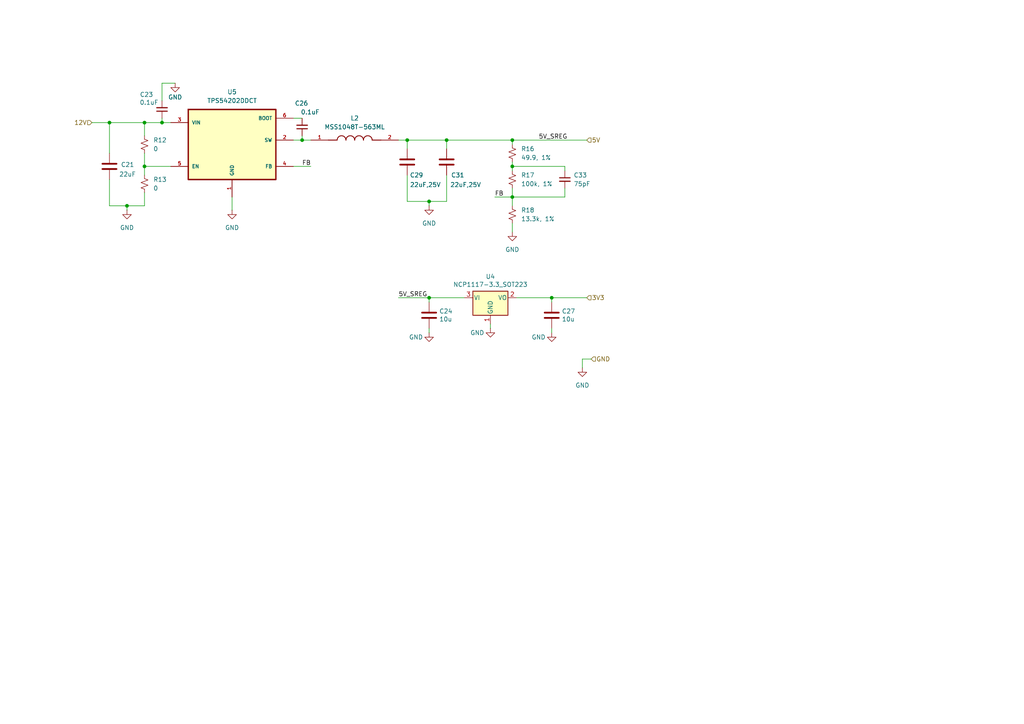
<source format=kicad_sch>
(kicad_sch (version 20250114) (generator "eeschema") (generator_version "9.0")
  (paper "A4")
  (lib_symbols
    (symbol "Device:C" (pin_numbers (hide yes)) (pin_names (offset 0.254))
      (property "Reference" "C" (at 0.635 2.54 0))
      (property "Value" "C" (at 0.635 -2.54 0))
      (symbol "C_0_1"
        (polyline (pts (xy -2.032 0.762) (xy 2.032 0.762)) (stroke (width 0.508)))
        (polyline (pts (xy -2.032 -0.762) (xy 2.032 -0.762)) (stroke (width 0.508)))
      )
      (symbol "C_1_1"
        (pin passive line (at 0 3.81 270) (length 2.794) (name "~") (number "1"))
        (pin passive line (at 0 -3.81 90) (length 2.794) (name "~") (number "2"))
      )
    )
    (symbol "Device:C_Small" (pin_numbers (hide yes)) (pin_names (offset 0.254) (hide yes))
      (property "Reference" "C" (at 0.254 1.778 0))
      (property "Value" "C_Small" (at 0.254 -2.032 0))
      (symbol "C_Small_0_1"
        (polyline (pts (xy -1.524 0.508) (xy 1.524 0.508)) (stroke (width 0.3048)))
        (polyline (pts (xy -1.524 -0.508) (xy 1.524 -0.508)) (stroke (width 0.3302)))
      )
      (symbol "C_Small_1_1"
        (pin passive line (at 0 2.54 270) (length 2.032) (name "~") (number "1"))
        (pin passive line (at 0 -2.54 90) (length 2.032) (name "~") (number "2"))
      )
    )
    (symbol "Device:R_Small_US" (pin_numbers (hide yes)) (pin_names (offset 0.254) (hide yes))
      (property "Reference" "R" (at 0.762 0.508 0))
      (property "Value" "R_Small_US" (at 0.762 -1.016 0))
      (symbol "R_Small_US_1_1"
        (polyline (pts (xy 0 1.524) (xy 1.016 1.143) (xy 0 0.762) (xy -1.016 0.381) (xy 0 0)))
        (polyline (pts (xy 0 0) (xy 1.016 -0.381) (xy 0 -0.762) (xy -1.016 -1.143) (xy 0 -1.524)))
        (pin passive line (at 0 2.54 270) (length 1.016) (name "~") (number "1"))
        (pin passive line (at 0 -2.54 90) (length 1.016) (name "~") (number "2"))
      )
    )
    (symbol "ECE49022_Symbols:MSS1048-103MLC" (pin_names (offset 1.016))
      (property "Reference" "L" (at -5.08 2.54 0))
      (property "Value" "MSS1048-103MLC" (at -5.08 -2.54 0))
      (symbol "MSS1048-103MLC_0_0"
        (polyline (pts (xy -5.08 0) (xy -7.62 0)) (stroke (width 0.254)))
        (arc (start -5.08 0) (mid -3.81 1.2645) (end -2.54 0) (stroke (width 0.254)))
        (arc (start -2.54 0) (mid -1.27 1.2645) (end 0 0) (stroke (width 0.254)))
        (arc (start 0 0) (mid 1.27 1.2645) (end 2.54 0) (stroke (width 0.254)))
        (arc (start 2.54 0) (mid 3.81 1.2645) (end 5.08 0) (stroke (width 0.254)))
        (polyline (pts (xy 5.08 0) (xy 7.62 0)) (stroke (width 0.254)))
        (pin passive line (at -12.7 0 0) (length 5.08) (name "~") (number "1"))
        (pin passive line (at 12.7 0 180) (length 5.08) (name "~") (number "2"))
      )
    )
    (symbol "ECE49022_Symbols:TPS54202DDCT" (pin_names (offset 1.016))
      (property "Reference" "U1" (at 0 15.24 0))
      (property "Value" "TPS54202DDCT" (at 0 12.7 0))
      (symbol "TPS54202DDCT_0_0"
        (rectangle (start -12.7 10.16) (end 12.7 -10.16) (stroke (width 0.41)) (fill (type background)))
        (pin bidirectional line (at -17.78 6.35 0) (length 5.08) (name "VIN") (number "3"))
        (pin input line (at -17.78 -6.35 0) (length 5.08) (name "EN") (number "5"))
        (pin output line (at 17.78 7.62 180) (length 5.08) (name "BOOT") (number "6"))
        (pin output line (at 17.78 1.27 180) (length 5.08) (name "SW") (number "2"))
        (pin input line (at 17.78 -6.35 180) (length 5.08) (name "FB") (number "4"))
      )
      (symbol "TPS54202DDCT_1_0"
        (pin bidirectional line (at 0 -15.24 90) (length 5.08) (name "GND") (number "1"))
      )
    )
    (symbol "Regulator_Linear:NCP1117-3.3_SOT223" (pin_names (offset 0.254))
      (property "Reference" "U" (at -3.81 3.175 0))
      (property "Value" "NCP1117-3.3_SOT223" (at 0 3.175 0))
      (symbol "NCP1117-3.3_SOT223_0_1"
        (rectangle (start -5.08 -5.08) (end 5.08 1.905) (stroke (width 0.254)) (fill (type background)))
      )
      (symbol "NCP1117-3.3_SOT223_1_1"
        (pin power_in line (at -7.62 0 0) (length 2.54) (name "VI") (number "3"))
        (pin power_in line (at 0 -7.62 90) (length 2.54) (name "GND") (number "1"))
        (pin power_out line (at 7.62 0 180) (length 2.54) (name "VO") (number "2"))
      )
    )
    (symbol "power:GND" (power) (pin_numbers (hide yes)) (pin_names (offset 0) (hide yes))
      (property "Value" "GND" (at 0 -3.81 0))
      (symbol "GND_0_1"
        (polyline (pts (xy 0 0) (xy 0 -1.27) (xy 1.27 -1.27) (xy 0 -2.54) (xy -1.27 -1.27) (xy 0 -1.27)))
      )
      (symbol "GND_1_1"
        (pin power_in line (at 0 0 270) (length 0) (name "~") (number "1"))
      )
    )
  )
  (junction (at 118.11 40.64))
  (junction (at 31.75 35.56))
  (junction (at 124.46 58.42))
  (junction (at 46.99 35.56))
  (junction (at 148.59 57.15))
  (junction (at 124.46 86.36))
  (junction (at 160.02 86.36))
  (junction (at 41.91 35.56))
  (junction (at 41.91 48.26))
  (junction (at 87.63 40.64))
  (junction (at 129.54 40.64))
  (junction (at 36.83 59.69))
  (junction (at 148.59 48.26))
  (junction (at 148.59 40.64))
  (wire (pts (xy 36.83 59.69) (xy 41.91 59.69)))
  (wire (pts (xy 87.63 40.64) (xy 90.17 40.64)))
  (wire (pts (xy 124.46 95.25) (xy 124.46 96.52)))
  (wire (pts (xy 148.59 46.99) (xy 148.59 48.26)))
  (wire (pts (xy 148.59 57.15) (xy 163.83 57.15)))
  (wire (pts (xy 148.59 40.64) (xy 148.59 41.91)))
  (wire (pts (xy 168.91 104.14) (xy 168.91 106.68)))
  (wire (pts (xy 163.83 48.26) (xy 148.59 48.26)))
  (wire (pts (xy 148.59 40.64) (xy 170.18 40.64)))
  (wire (pts (xy 31.75 59.69) (xy 36.83 59.69)))
  (wire (pts (xy 148.59 57.15) (xy 148.59 59.69)))
  (wire (pts (xy 143.51 57.15) (xy 148.59 57.15)))
  (wire (pts (xy 163.83 48.26) (xy 163.83 49.53)))
  (wire (pts (xy 124.46 58.42) (xy 129.54 58.42)))
  (wire (pts (xy 41.91 35.56) (xy 46.99 35.56)))
  (wire (pts (xy 46.99 34.29) (xy 46.99 35.56)))
  (wire (pts (xy 41.91 48.26) (xy 41.91 50.8)))
  (wire (pts (xy 142.24 93.98) (xy 142.24 95.25)))
  (wire (pts (xy 67.31 57.15) (xy 67.31 60.96)))
  (wire (pts (xy 41.91 48.26) (xy 49.53 48.26)))
  (wire (pts (xy 31.75 52.07) (xy 31.75 59.69)))
  (wire (pts (xy 118.11 58.42) (xy 124.46 58.42)))
  (wire (pts (xy 160.02 95.25) (xy 160.02 96.52)))
  (wire (pts (xy 87.63 39.37) (xy 87.63 40.64)))
  (wire (pts (xy 118.11 50.8) (xy 118.11 58.42)))
  (wire (pts (xy 171.45 104.14) (xy 168.91 104.14)))
  (wire (pts (xy 41.91 55.88) (xy 41.91 59.69)))
  (wire (pts (xy 160.02 86.36) (xy 170.18 86.36)))
  (wire (pts (xy 115.57 86.36) (xy 124.46 86.36)))
  (wire (pts (xy 129.54 50.8) (xy 129.54 58.42)))
  (wire (pts (xy 46.99 35.56) (xy 49.53 35.56)))
  (wire (pts (xy 134.62 86.36) (xy 124.46 86.36)))
  (wire (pts (xy 160.02 87.63) (xy 160.02 86.36)))
  (wire (pts (xy 148.59 54.61) (xy 148.59 57.15)))
  (wire (pts (xy 46.99 24.13) (xy 50.8 24.13)))
  (wire (pts (xy 26.67 35.56) (xy 31.75 35.56)))
  (wire (pts (xy 31.75 35.56) (xy 31.75 44.45)))
  (wire (pts (xy 163.83 54.61) (xy 163.83 57.15)))
  (wire (pts (xy 115.57 40.64) (xy 118.11 40.64)))
  (wire (pts (xy 31.75 35.56) (xy 41.91 35.56)))
  (wire (pts (xy 124.46 59.69) (xy 124.46 58.42)))
  (wire (pts (xy 85.09 48.26) (xy 90.17 48.26)))
  (wire (pts (xy 36.83 60.96) (xy 36.83 59.69)))
  (wire (pts (xy 124.46 87.63) (xy 124.46 86.36)))
  (wire (pts (xy 118.11 40.64) (xy 129.54 40.64)))
  (wire (pts (xy 129.54 40.64) (xy 129.54 43.18)))
  (wire (pts (xy 46.99 24.13) (xy 46.99 29.21)))
  (wire (pts (xy 148.59 64.77) (xy 148.59 67.31)))
  (wire (pts (xy 129.54 40.64) (xy 148.59 40.64)))
  (wire (pts (xy 41.91 44.45) (xy 41.91 48.26)))
  (wire (pts (xy 149.86 86.36) (xy 160.02 86.36)))
  (wire (pts (xy 85.09 34.29) (xy 87.63 34.29)))
  (wire (pts (xy 41.91 35.56) (xy 41.91 39.37)))
  (wire (pts (xy 85.09 40.64) (xy 87.63 40.64)))
  (wire (pts (xy 118.11 40.64) (xy 118.11 43.18)))
  (wire (pts (xy 148.59 48.26) (xy 148.59 49.53)))
  (label "FB" (at 143.51 57.15 0))
  (label "5V_SREG" (at 115.57 86.36 0))
  (label "5V_SREG" (at 156.21 40.64 0))
  (label "FB" (at 90.17 48.26 180))
  (hierarchical_label "3V3" (shape input) (at 170.18 86.36 0))
  (hierarchical_label "GND" (shape input) (at 171.45 104.14 0))
  (hierarchical_label "5V" (shape input) (at 170.18 40.64 0))
  (hierarchical_label "12V" (shape input) (at 26.67 35.56 180))
  (symbol (lib_id "power:GND") (at 124.46 96.52 0) (unit 1)
    (property "Reference" "#PWR037" (effects (hide yes)))
    (property "Value" "GND" (at 120.65 97.79 0))
  )
  (symbol (lib_id "ECE49022_Symbols:MSS1048-103MLC") (at 102.87 40.64 0) (unit 1)
    (property "Reference" "L2" (at 102.87 34.29 0))
    (property "Value" "MSS1048T-563ML" (at 102.87 36.83 0))
    (property "Footprint" "49022_Footprints:IND_MSS1048" (effects (hide yes)))
    (property "Datasheet" "https://www.coilcraft.com/getmedia/6f8116f7-0036-41bf-97c5-9bae06e6af25/mss1048t.pdf" (effects (hide yes)))
    (property "MF" "Coilcraft" (effects (hide yes)))
    (property "MAXIMUM_PACKAGE_HEIGHT" "4.00mm" (effects (hide yes)))
    (property "CREATOR" "AAMIR" (effects (hide yes)))
    (property "Price" "None" (effects (hide yes)))
    (property "Package" "None" (effects (hide yes)))
    (property "Check_prices" "https://www.snapeda.com/parts/MSS1048-103MLC/Coilcraft/view-part/?ref=eda" (effects (hide yes)))
    (property "STANDARD" "Manufacturer Recommendations" (effects (hide yes)))
    (property "PARTREV" "02/16/22" (effects (hide yes)))
    (property "VERIFIER" "RODRIGO" (effects (hide yes)))
    (property "SnapEDA_Link" "https://www.snapeda.com/parts/MSS1048-103MLC/Coilcraft/view-part/?ref=snap" (effects (hide yes)))
    (property "MP" "MSS1048-103MLC" (effects (hide yes)))
    (property "Description_1" "10 µH Shielded Drum Core Inductor 4.79 A 23mOhm Max Nonstandard" (effects (hide yes)))
    (property "Availability" "In Stock" (effects (hide yes)))
    (property "MANUFACTURER" "Coilcraft" (effects (hide yes)))
  )
  (symbol (lib_id "Device:R_Small_US") (at 148.59 52.07 0) (unit 1)
    (property "Reference" "R17" (at 151.13 50.7999 0) (effects (justify left)))
    (property "Value" "100k, 1%" (at 151.13 53.3399 0) (effects (justify left)))
    (property "Footprint" "Capacitor_SMD:C_0402_1005Metric" (effects (hide yes)))
    (property "Description" "RC0402FR-07100KL" (effects (hide yes)))
  )
  (symbol (lib_id "ECE49022_Symbols:TPS54202DDCT") (at 67.31 41.91 0) (unit 1)
    (property "Reference" "U5" (at 67.31 26.67 0))
    (property "Value" "TPS54202DDCT" (at 67.31 29.21 0))
    (property "Footprint" "49022_Footprints:TPS54202" (effects (hide yes)))
  )
  (symbol (lib_id "Regulator_Linear:NCP1117-3.3_SOT223") (at 142.24 86.36 0) (unit 1)
    (property "Reference" "U4" (at 142.24 80.2132 0))
    (property "Value" "NCP1117-3.3_SOT223" (at 142.24 82.5246 0))
    (property "Footprint" "Package_TO_SOT_SMD:SOT-223-3_TabPin2" (effects (hide yes)))
    (property "Datasheet" "http://www.onsemi.com/pub_link/Collateral/NCP1117-D.PDF" (effects (hide yes)))
  )
  (symbol (lib_id "power:GND") (at 148.59 67.31 0) (unit 1)
    (property "Reference" "#PWR044" (effects (hide yes)))
    (property "Value" "GND" (at 148.59 72.39 0))
    (property "Description" "Power symbol creates a global label with name \"GND\" , ground" (effects (hide yes)))
  )
  (symbol (lib_id "Device:R_Small_US") (at 41.91 41.91 0) (unit 1)
    (property "Reference" "R12" (at 44.45 40.6399 0) (effects (justify left)))
    (property "Value" "0" (at 44.45 43.1799 0) (effects (justify left)))
    (property "Footprint" "Capacitor_SMD:C_0402_1005Metric" (effects (hide yes)))
    (property "Description" "RC0402JR-070RL" (effects (hide yes)))
  )
  (symbol (lib_id "Device:C") (at 160.02 91.44 0) (unit 1)
    (property "Reference" "C27" (at 162.941 90.2716 0) (effects (justify left)))
    (property "Value" "10u" (at 162.941 92.583 0) (effects (justify left)))
    (property "Footprint" "Capacitor_SMD:C_0805_2012Metric" (effects (hide yes)))
  )
  (symbol (lib_id "power:GND") (at 124.46 59.69 0) (unit 1)
    (property "Reference" "#PWR042" (effects (hide yes)))
    (property "Value" "GND" (at 124.46 64.77 0))
    (property "Description" "Power symbol creates a global label with name \"GND\" , ground" (effects (hide yes)))
  )
  (symbol (lib_id "Device:C") (at 129.54 46.99 0) (unit 1)
    (property "Reference" "C31" (at 130.81 50.8 0) (effects (justify left)))
    (property "Value" "22uF,25V" (at 130.556 53.594 0) (effects (justify left)))
    (property "Footprint" "Capacitor_SMD:C_0805_2012Metric_Pad1.18x1.45mm_HandSolder" (effects (hide yes)))
    (property "Description" "GRT21BR61E226ME13" (effects (hide yes)))
  )
  (symbol (lib_id "Device:R_Small_US") (at 41.91 53.34 0) (unit 1)
    (property "Reference" "R13" (at 44.45 52.0699 0) (effects (justify left)))
    (property "Value" "0" (at 44.45 54.6099 0) (effects (justify left)))
    (property "Footprint" "Capacitor_SMD:C_0402_1005Metric" (effects (hide yes)))
    (property "Description" "RC0402JR-070RL" (effects (hide yes)))
  )
  (symbol (lib_id "Device:C_Small") (at 163.83 52.07 0) (unit 1)
    (property "Reference" "C33" (at 166.37 50.8062 0) (effects (justify left)))
    (property "Value" "75pF" (at 166.37 53.3462 0) (effects (justify left)))
    (property "Footprint" "Capacitor_SMD:C_0402_1005Metric" (effects (hide yes)))
    (property "Description" "GRM1555C1H750JA01D" (effects (hide yes)))
  )
  (symbol (lib_id "Device:C") (at 118.11 46.99 0) (unit 1)
    (property "Reference" "C29" (at 118.872 50.8 0) (effects (justify left)))
    (property "Value" "22uF,25V" (at 118.872 53.594 0) (effects (justify left)))
    (property "Footprint" "Capacitor_SMD:C_0805_2012Metric_Pad1.18x1.45mm_HandSolder" (effects (hide yes)))
    (property "Description" "GRT21BR61E226ME13" (effects (hide yes)))
  )
  (symbol (lib_id "Device:R_Small_US") (at 148.59 62.23 0) (unit 1)
    (property "Reference" "R18" (at 151.13 60.9599 0) (effects (justify left)))
    (property "Value" "13.3k, 1%" (at 151.13 63.4999 0) (effects (justify left)))
    (property "Footprint" "Capacitor_SMD:C_0402_1005Metric" (effects (hide yes)))
    (property "Description" "RC0402FR-1313K3L" (effects (hide yes)))
  )
  (symbol (lib_id "Device:C") (at 31.75 48.26 0) (unit 1)
    (property "Reference" "C21" (at 35.052 47.752 0) (effects (justify left)))
    (property "Value" "22uF" (at 34.544 50.546 0) (effects (justify left)))
    (property "Footprint" "Capacitor_SMD:C_0805_2012Metric_Pad1.18x1.45mm_HandSolder" (effects (hide yes)))
    (property "Description" "GRT21BR61E226ME13" (effects (hide yes)))
  )
  (symbol (lib_id "power:GND") (at 67.31 60.96 0) (unit 1)
    (property "Reference" "#PWR039" (effects (hide yes)))
    (property "Value" "GND" (at 67.31 66.04 0))
    (property "Description" "Power symbol creates a global label with name \"GND\" , ground" (effects (hide yes)))
  )
  (symbol (lib_id "power:GND") (at 36.83 60.96 0) (unit 1)
    (property "Reference" "#PWR034" (effects (hide yes)))
    (property "Value" "GND" (at 36.83 66.04 0))
    (property "Description" "Power symbol creates a global label with name \"GND\" , ground" (effects (hide yes)))
  )
  (symbol (lib_id "power:GND") (at 50.8 24.13 0) (unit 1)
    (property "Reference" "#PWR036" (effects (hide yes)))
    (property "Value" "GND" (at 50.8 28.194 0))
    (property "Description" "Power symbol creates a global label with name \"GND\" , ground" (effects (hide yes)))
  )
  (symbol (lib_id "Device:C_Small") (at 87.63 36.83 180) (unit 1)
    (property "Reference" "C26" (at 89.408 29.972 0) (effects (justify left)))
    (property "Value" "0.1uF" (at 92.71 32.512 0) (effects (justify left)))
    (property "Footprint" "Capacitor_SMD:C_0402_1005Metric" (effects (hide yes)))
    (property "Description" "GRM155R71E104KE14D" (effects (hide yes)))
  )
  (symbol (lib_id "Device:C") (at 124.46 91.44 0) (unit 1)
    (property "Reference" "C24" (at 127.381 90.2716 0) (effects (justify left)))
    (property "Value" "10u" (at 127.381 92.583 0) (effects (justify left)))
    (property "Footprint" "Capacitor_SMD:C_0805_2012Metric" (effects (hide yes)))
  )
  (symbol (lib_id "Device:R_Small_US") (at 148.59 44.45 0) (unit 1)
    (property "Reference" "R16" (at 151.13 43.1799 0) (effects (justify left)))
    (property "Value" "49.9, 1%" (at 151.13 45.7199 0) (effects (justify left)))
    (property "Footprint" "Capacitor_SMD:C_0402_1005Metric" (effects (hide yes)))
    (property "Description" "RC0402FR-0749R9L" (effects (hide yes)))
  )
  (symbol (lib_id "power:GND") (at 142.24 95.25 0) (unit 1)
    (property "Reference" "#PWR040" (effects (hide yes)))
    (property "Value" "GND" (at 138.43 96.52 0))
  )
  (symbol (lib_id "power:GND") (at 168.91 106.68 0) (unit 1)
    (property "Reference" "#PWR039" (effects (hide yes)))
    (property "Value" "GND" (at 168.91 111.76 0))
    (property "Description" "Power symbol creates a global label with name \"GND\" , ground" (effects (hide yes)))
  )
  (symbol (lib_id "Device:C_Small") (at 46.99 31.75 180) (unit 1)
    (property "Reference" "C23" (at 44.45 27.432 0) (effects (justify left)))
    (property "Value" "0.1uF" (at 45.974 29.718 0) (effects (justify left)))
    (property "Footprint" "Capacitor_SMD:C_0402_1005Metric" (effects (hide yes)))
    (property "Description" "GRM155R71E104KE14D" (effects (hide yes)))
  )
  (symbol (lib_id "power:GND") (at 160.02 96.52 0) (unit 1)
    (property "Reference" "#PWR038" (effects (hide yes)))
    (property "Value" "GND" (at 156.21 97.79 0))
  )
)
</source>
